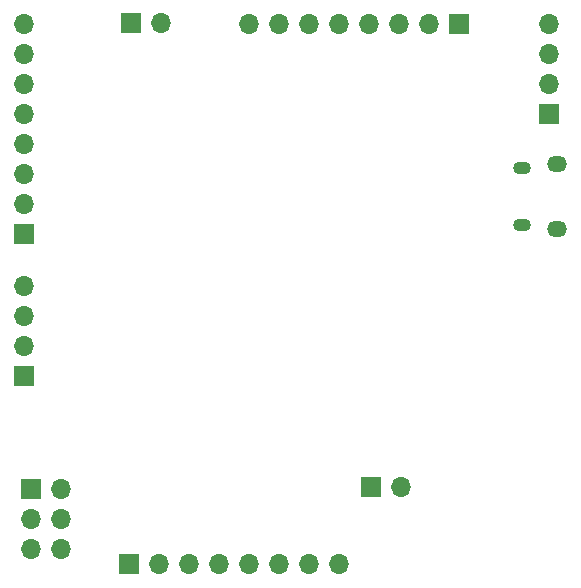
<source format=gbr>
%TF.GenerationSoftware,KiCad,Pcbnew,5.0.0+dfsg1-2*%
%TF.CreationDate,2018-11-13T23:51:22+01:00*%
%TF.ProjectId,xmegatest,786D656761746573742E6B696361645F,rev?*%
%TF.SameCoordinates,Original*%
%TF.FileFunction,Soldermask,Bot*%
%TF.FilePolarity,Negative*%
%FSLAX46Y46*%
G04 Gerber Fmt 4.6, Leading zero omitted, Abs format (unit mm)*
G04 Created by KiCad (PCBNEW 5.0.0+dfsg1-2) date Tue Nov 13 23:51:22 2018*
%MOMM*%
%LPD*%
G01*
G04 APERTURE LIST*
%ADD10O,1.700000X1.700000*%
%ADD11R,1.700000X1.700000*%
%ADD12O,1.500000X1.100000*%
%ADD13O,1.700000X1.350000*%
G04 APERTURE END LIST*
D10*
X238968095Y-168710846D03*
D11*
X236428095Y-168710846D03*
D10*
X218648095Y-129501000D03*
D11*
X216108095Y-129501000D03*
D12*
X249148095Y-146590000D03*
X249148095Y-141750000D03*
D13*
X252148095Y-146900000D03*
X252148095Y-141440000D03*
D11*
X207010000Y-159385000D03*
D10*
X207010000Y-156845000D03*
X207010000Y-154305000D03*
X207010000Y-151765000D03*
X207010000Y-129540000D03*
X207010000Y-132080000D03*
X207010000Y-134620000D03*
X207010000Y-137160000D03*
X207010000Y-139700000D03*
X207010000Y-142240000D03*
X207010000Y-144780000D03*
D11*
X207010000Y-147320000D03*
D10*
X251460000Y-129540000D03*
X251460000Y-132080000D03*
X251460000Y-134620000D03*
D11*
X251460000Y-137160000D03*
X243840000Y-129540000D03*
D10*
X241300000Y-129540000D03*
X238760000Y-129540000D03*
X236220000Y-129540000D03*
X233680000Y-129540000D03*
X231140000Y-129540000D03*
X228600000Y-129540000D03*
X226060000Y-129540000D03*
D11*
X215900000Y-175260000D03*
D10*
X218440000Y-175260000D03*
X220980000Y-175260000D03*
X223520000Y-175260000D03*
X226060000Y-175260000D03*
X228600000Y-175260000D03*
X231140000Y-175260000D03*
X233680000Y-175260000D03*
D11*
X207645000Y-168910000D03*
D10*
X210185000Y-168910000D03*
X207645000Y-171450000D03*
X210185000Y-171450000D03*
X207645000Y-173990000D03*
X210185000Y-173990000D03*
M02*

</source>
